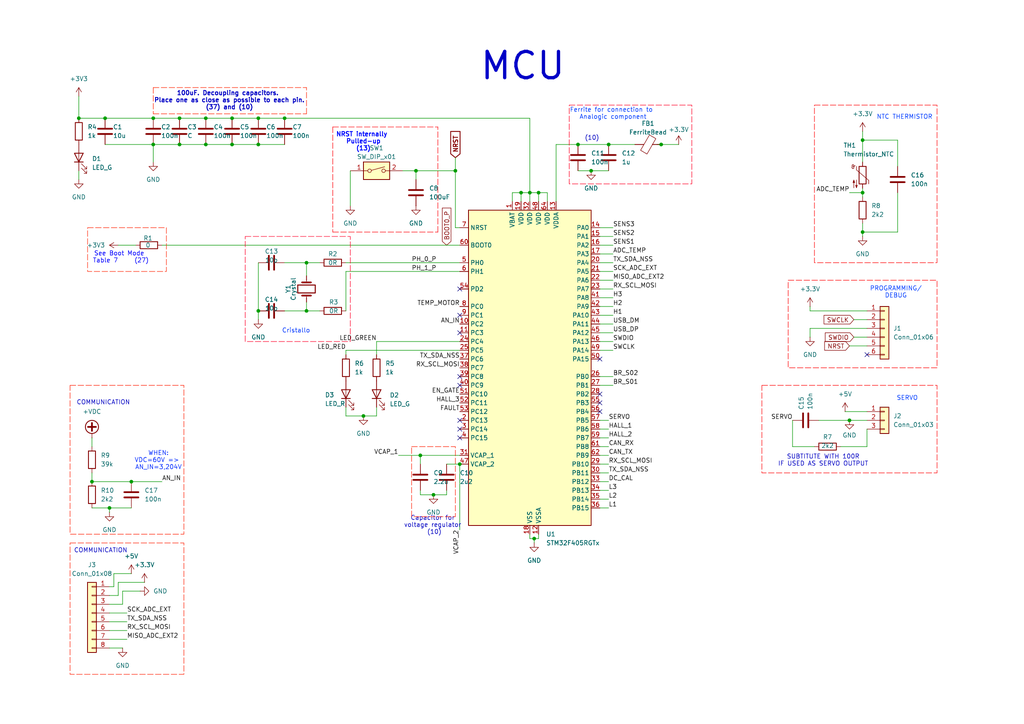
<source format=kicad_sch>
(kicad_sch (version 20231120) (generator "eeschema") (generator_version "8.0")
  (paper "A4")
  (lib_symbols
    (symbol "Connector_Generic:Conn_01x03" (pin_names (offset 1.016) hide)
      (property "Reference" "J" (at 0 5.08 0))
      (property "Value" "Conn_01x03" (at 0 -5.08 0))
      (symbol "Conn_01x03_1_1"
        (rectangle (start -1.27 -2.413) (end 0 -2.667) (stroke (width 0.1524)))
        (rectangle (start -1.27 0.127) (end 0 -0.127) (stroke (width 0.1524)))
        (rectangle (start -1.27 2.667) (end 0 2.413) (stroke (width 0.1524)))
        (rectangle (start -1.27 3.81) (end 1.27 -3.81) (stroke (width 0.254)) (fill (type background)))
        (pin passive line (at -5.08 2.54 0) (length 3.81) (name "Pin_1") (number "1"))
        (pin passive line (at -5.08 0 0) (length 3.81) (name "Pin_2") (number "2"))
        (pin passive line (at -5.08 -2.54 0) (length 3.81) (name "Pin_3") (number "3"))
      )
    )
    (symbol "Connector_Generic:Conn_01x06" (pin_names (offset 1.016) hide)
      (property "Reference" "J" (at 0 7.62 0))
      (property "Value" "Conn_01x06" (at 0 -10.16 0))
      (symbol "Conn_01x06_1_1"
        (rectangle (start -1.27 -7.493) (end 0 -7.747) (stroke (width 0.1524)))
        (rectangle (start -1.27 -4.953) (end 0 -5.207) (stroke (width 0.1524)))
        (rectangle (start -1.27 -2.413) (end 0 -2.667) (stroke (width 0.1524)))
        (rectangle (start -1.27 0.127) (end 0 -0.127) (stroke (width 0.1524)))
        (rectangle (start -1.27 2.667) (end 0 2.413) (stroke (width 0.1524)))
        (rectangle (start -1.27 5.207) (end 0 4.953) (stroke (width 0.1524)))
        (rectangle (start -1.27 6.35) (end 1.27 -8.89) (stroke (width 0.254)) (fill (type background)))
        (pin passive line (at -5.08 5.08 0) (length 3.81) (name "Pin_1") (number "1"))
        (pin passive line (at -5.08 2.54 0) (length 3.81) (name "Pin_2") (number "2"))
        (pin passive line (at -5.08 0 0) (length 3.81) (name "Pin_3") (number "3"))
        (pin passive line (at -5.08 -2.54 0) (length 3.81) (name "Pin_4") (number "4"))
        (pin passive line (at -5.08 -5.08 0) (length 3.81) (name "Pin_5") (number "5"))
        (pin passive line (at -5.08 -7.62 0) (length 3.81) (name "Pin_6") (number "6"))
      )
    )
    (symbol "Connector_Generic:Conn_01x08" (pin_names (offset 1.016) hide)
      (property "Reference" "J" (at 0 10.16 0))
      (property "Value" "Conn_01x08" (at 0 -12.7 0))
      (symbol "Conn_01x08_1_1"
        (rectangle (start -1.27 -10.033) (end 0 -10.287) (stroke (width 0.1524)))
        (rectangle (start -1.27 -7.493) (end 0 -7.747) (stroke (width 0.1524)))
        (rectangle (start -1.27 -4.953) (end 0 -5.207) (stroke (width 0.1524)))
        (rectangle (start -1.27 -2.413) (end 0 -2.667) (stroke (width 0.1524)))
        (rectangle (start -1.27 0.127) (end 0 -0.127) (stroke (width 0.1524)))
        (rectangle (start -1.27 2.667) (end 0 2.413) (stroke (width 0.1524)))
        (rectangle (start -1.27 5.207) (end 0 4.953) (stroke (width 0.1524)))
        (rectangle (start -1.27 7.747) (end 0 7.493) (stroke (width 0.1524)))
        (rectangle (start -1.27 8.89) (end 1.27 -11.43) (stroke (width 0.254)) (fill (type background)))
        (pin passive line (at -5.08 7.62 0) (length 3.81) (name "Pin_1") (number "1"))
        (pin passive line (at -5.08 5.08 0) (length 3.81) (name "Pin_2") (number "2"))
        (pin passive line (at -5.08 2.54 0) (length 3.81) (name "Pin_3") (number "3"))
        (pin passive line (at -5.08 0 0) (length 3.81) (name "Pin_4") (number "4"))
        (pin passive line (at -5.08 -2.54 0) (length 3.81) (name "Pin_5") (number "5"))
        (pin passive line (at -5.08 -5.08 0) (length 3.81) (name "Pin_6") (number "6"))
        (pin passive line (at -5.08 -7.62 0) (length 3.81) (name "Pin_7") (number "7"))
        (pin passive line (at -5.08 -10.16 0) (length 3.81) (name "Pin_8") (number "8"))
      )
    )
    (symbol "Device:C" (pin_numbers hide) (pin_names (offset 0.254))
      (property "Reference" "C" (at 0.635 2.54 0))
      (property "Value" "C" (at 0.635 -2.54 0))
      (symbol "C_0_1"
        (polyline (pts (xy -2.032 -0.762) (xy 2.032 -0.762)) (stroke (width 0.508)))
        (polyline (pts (xy -2.032 0.762) (xy 2.032 0.762)) (stroke (width 0.508)))
      )
      (symbol "C_1_1"
        (pin passive line (at 0 3.81 270) (length 2.794) (name "~") (number "1"))
        (pin passive line (at 0 -3.81 90) (length 2.794) (name "~") (number "2"))
      )
    )
    (symbol "Device:Crystal" (pin_numbers hide) (pin_names (offset 1.016) hide)
      (property "Reference" "Y" (at 0 3.81 0))
      (property "Value" "Crystal" (at 0 -3.81 0))
      (symbol "Crystal_0_1"
        (rectangle (start -1.143 2.54) (end 1.143 -2.54) (stroke (width 0.3048)))
        (polyline (pts (xy -2.54 0) (xy -1.905 0)))
        (polyline (pts (xy -1.905 -1.27) (xy -1.905 1.27)) (stroke (width 0.508)))
        (polyline (pts (xy 1.905 -1.27) (xy 1.905 1.27)) (stroke (width 0.508)))
        (polyline (pts (xy 2.54 0) (xy 1.905 0)))
      )
      (symbol "Crystal_1_1"
        (pin passive line (at -3.81 0 0) (length 1.27) (name "1") (number "1"))
        (pin passive line (at 3.81 0 180) (length 1.27) (name "2") (number "2"))
      )
    )
    (symbol "Device:FerriteBead" (pin_numbers hide) (pin_names (offset 0))
      (property "Reference" "FB" (at -3.81 0.635 90))
      (property "Value" "FerriteBead" (at 3.81 0 90))
      (symbol "FerriteBead_0_1"
        (polyline (pts (xy 0 -1.27) (xy 0 -1.2192)))
        (polyline (pts (xy 0 1.27) (xy 0 1.2954)))
        (polyline (pts (xy -2.7686 0.4064) (xy -1.7018 2.2606) (xy 2.7686 -0.3048) (xy 1.6764 -2.159) (xy -2.7686 0.4064)))
      )
      (symbol "FerriteBead_1_1"
        (pin passive line (at 0 3.81 270) (length 2.54) (name "~") (number "1"))
        (pin passive line (at 0 -3.81 90) (length 2.54) (name "~") (number "2"))
      )
    )
    (symbol "Device:LED" (pin_numbers hide) (pin_names (offset 1.016) hide)
      (property "Reference" "D" (at 0 2.54 0))
      (property "Value" "LED" (at 0 -2.54 0))
      (symbol "LED_0_1"
        (polyline (pts (xy -1.27 -1.27) (xy -1.27 1.27)) (stroke (width 0.254)))
        (polyline (pts (xy -1.27 0) (xy 1.27 0)))
        (polyline (pts (xy 1.27 -1.27) (xy 1.27 1.27) (xy -1.27 0) (xy 1.27 -1.27)) (stroke (width 0.254)))
        (polyline (pts (xy -3.048 -0.762) (xy -4.572 -2.286) (xy -3.81 -2.286) (xy -4.572 -2.286) (xy -4.572 -1.524)))
        (polyline (pts (xy -1.778 -0.762) (xy -3.302 -2.286) (xy -2.54 -2.286) (xy -3.302 -2.286) (xy -3.302 -1.524)))
      )
      (symbol "LED_1_1"
        (pin passive line (at -3.81 0 0) (length 2.54) (name "K") (number "1"))
        (pin passive line (at 3.81 0 180) (length 2.54) (name "A") (number "2"))
      )
    )
    (symbol "Device:R" (pin_numbers hide) (pin_names (offset 0))
      (property "Reference" "R" (at 2.032 0 90))
      (property "Value" "R" (at 0 0 90))
      (symbol "R_0_1"
        (rectangle (start -1.016 -2.54) (end 1.016 2.54) (stroke (width 0.254)))
      )
      (symbol "R_1_1"
        (pin passive line (at 0 3.81 270) (length 1.27) (name "~") (number "1"))
        (pin passive line (at 0 -3.81 90) (length 1.27) (name "~") (number "2"))
      )
    )
    (symbol "Device:Thermistor_NTC" (pin_numbers hide) (pin_names (offset 0))
      (property "Reference" "TH" (at -4.445 0 90))
      (property "Value" "Thermistor_NTC" (at 3.175 0 90))
      (symbol "Thermistor_NTC_0_1"
        (arc (start -3.048 2.159) (mid -3.0495 2.3143) (end -3.175 2.413))
        (arc (start -3.048 2.159) (mid -2.9736 1.9794) (end -2.794 1.905))
        (arc (start -3.048 2.794) (mid -2.9736 2.6144) (end -2.794 2.54))
        (arc (start -2.794 1.905) (mid -2.6144 1.9794) (end -2.54 2.159))
        (arc (start -2.794 2.54) (mid -2.4393 2.5587) (end -2.159 2.794))
        (arc (start -2.794 3.048) (mid -2.9736 2.9736) (end -3.048 2.794))
        (arc (start -2.54 2.794) (mid -2.6144 2.9736) (end -2.794 3.048))
        (rectangle (start -1.016 2.54) (end 1.016 -2.54) (stroke (width 0.254)))
        (polyline (pts (xy -2.54 2.159) (xy -2.54 2.794)))
        (polyline (pts (xy -1.778 2.54) (xy -1.778 1.524) (xy 1.778 -1.524) (xy 1.778 -2.54)))
        (polyline (pts (xy -2.54 -3.683) (xy -2.54 -1.397) (xy -2.794 -2.159) (xy -2.286 -2.159) (xy -2.54 -1.397) (xy -2.54 -1.651)) (fill (type outline)))
        (polyline (pts (xy -1.778 -1.397) (xy -1.778 -3.683) (xy -2.032 -2.921) (xy -1.524 -2.921) (xy -1.778 -3.683) (xy -1.778 -3.429)) (fill (type outline)))
      )
      (symbol "Thermistor_NTC_1_1"
        (pin passive line (at 0 3.81 270) (length 1.27) (name "~") (number "1"))
        (pin passive line (at 0 -3.81 90) (length 1.27) (name "~") (number "2"))
      )
    )
    (symbol "MCU_ST_STM32F4:STM32F405RGTx"
      (property "Reference" "U" (at -17.78 46.99 0))
      (property "Value" "STM32F405RGTx" (at 10.16 46.99 0))
      (symbol "STM32F405RGTx_0_1"
        (rectangle (start -17.78 -45.72) (end 17.78 45.72) (stroke (width 0.254)) (fill (type background)))
      )
      (symbol "STM32F405RGTx_1_1"
        (pin power_in line (at -5.08 48.26 270) (length 2.54) (name "VBAT") (number "1"))
        (pin bidirectional line (at -20.32 12.7 0) (length 2.54) (name "PC2") (number "10"))
        (pin bidirectional line (at -20.32 10.16 0) (length 2.54) (name "PC3") (number "11"))
        (pin power_in line (at 2.54 -48.26 90) (length 2.54) (name "VSSA") (number "12"))
        (pin power_in line (at 7.62 48.26 270) (length 2.54) (name "VDDA") (number "13"))
        (pin bidirectional line (at 20.32 40.64 180) (length 2.54) (name "PA0") (number "14"))
        (pin bidirectional line (at 20.32 38.1 180) (length 2.54) (name "PA1") (number "15"))
        (pin bidirectional line (at 20.32 35.56 180) (length 2.54) (name "PA2") (number "16"))
        (pin bidirectional line (at 20.32 33.02 180) (length 2.54) (name "PA3") (number "17"))
        (pin power_in line (at 0 -48.26 90) (length 2.54) (name "VSS") (number "18"))
        (pin power_in line (at -2.54 48.26 270) (length 2.54) (name "VDD") (number "19"))
        (pin bidirectional line (at -20.32 -15.24 0) (length 2.54) (name "PC13") (number "2"))
        (pin bidirectional line (at 20.32 30.48 180) (length 2.54) (name "PA4") (number "20"))
        (pin bidirectional line (at 20.32 27.94 180) (length 2.54) (name "PA5") (number "21"))
        (pin bidirectional line (at 20.32 25.4 180) (length 2.54) (name "PA6") (number "22"))
        (pin bidirectional line (at 20.32 22.86 180) (length 2.54) (name "PA7") (number "23"))
        (pin bidirectional line (at -20.32 7.62 0) (length 2.54) (name "PC4") (number "24"))
        (pin bidirectional line (at -20.32 5.08 0) (length 2.54) (name "PC5") (number "25"))
        (pin bidirectional line (at 20.32 -2.54 180) (length 2.54) (name "PB0") (number "26"))
        (pin bidirectional line (at 20.32 -5.08 180) (length 2.54) (name "PB1") (number "27"))
        (pin bidirectional line (at 20.32 -7.62 180) (length 2.54) (name "PB2") (number "28"))
        (pin bidirectional line (at 20.32 -27.94 180) (length 2.54) (name "PB10") (number "29"))
        (pin bidirectional line (at -20.32 -17.78 0) (length 2.54) (name "PC14") (number "3"))
        (pin bidirectional line (at 20.32 -30.48 180) (length 2.54) (name "PB11") (number "30"))
        (pin power_out line (at -20.32 -25.4 0) (length 2.54) (name "VCAP_1") (number "31"))
        (pin power_in line (at 0 48.26 270) (length 2.54) (name "VDD") (number "32"))
        (pin bidirectional line (at 20.32 -33.02 180) (length 2.54) (name "PB12") (number "33"))
        (pin bidirectional line (at 20.32 -35.56 180) (length 2.54) (name "PB13") (number "34"))
        (pin bidirectional line (at 20.32 -38.1 180) (length 2.54) (name "PB14") (number "35"))
        (pin bidirectional line (at 20.32 -40.64 180) (length 2.54) (name "PB15") (number "36"))
        (pin bidirectional line (at -20.32 2.54 0) (length 2.54) (name "PC6") (number "37"))
        (pin bidirectional line (at -20.32 0 0) (length 2.54) (name "PC7") (number "38"))
        (pin bidirectional line (at -20.32 -2.54 0) (length 2.54) (name "PC8") (number "39"))
        (pin bidirectional line (at -20.32 -20.32 0) (length 2.54) (name "PC15") (number "4"))
        (pin bidirectional line (at -20.32 -5.08 0) (length 2.54) (name "PC9") (number "40"))
        (pin bidirectional line (at 20.32 20.32 180) (length 2.54) (name "PA8") (number "41"))
        (pin bidirectional line (at 20.32 17.78 180) (length 2.54) (name "PA9") (number "42"))
        (pin bidirectional line (at 20.32 15.24 180) (length 2.54) (name "PA10") (number "43"))
        (pin bidirectional line (at 20.32 12.7 180) (length 2.54) (name "PA11") (number "44"))
        (pin bidirectional line (at 20.32 10.16 180) (length 2.54) (name "PA12") (number "45"))
        (pin bidirectional line (at 20.32 7.62 180) (length 2.54) (name "PA13") (number "46"))
        (pin power_out line (at -20.32 -27.94 0) (length 2.54) (name "VCAP_2") (number "47"))
        (pin power_in line (at 2.54 48.26 270) (length 2.54) (name "VDD") (number "48"))
        (pin bidirectional line (at 20.32 5.08 180) (length 2.54) (name "PA14") (number "49"))
        (pin bidirectional line (at -20.32 30.48 0) (length 2.54) (name "PH0") (number "5"))
        (pin bidirectional line (at 20.32 2.54 180) (length 2.54) (name "PA15") (number "50"))
        (pin bidirectional line (at -20.32 -7.62 0) (length 2.54) (name "PC10") (number "51"))
        (pin bidirectional line (at -20.32 -10.16 0) (length 2.54) (name "PC11") (number "52"))
        (pin bidirectional line (at -20.32 -12.7 0) (length 2.54) (name "PC12") (number "53"))
        (pin bidirectional line (at -20.32 22.86 0) (length 2.54) (name "PD2") (number "54"))
        (pin bidirectional line (at 20.32 -10.16 180) (length 2.54) (name "PB3") (number "55"))
        (pin bidirectional line (at 20.32 -12.7 180) (length 2.54) (name "PB4") (number "56"))
        (pin bidirectional line (at 20.32 -15.24 180) (length 2.54) (name "PB5") (number "57"))
        (pin bidirectional line (at 20.32 -17.78 180) (length 2.54) (name "PB6") (number "58"))
        (pin bidirectional line (at 20.32 -20.32 180) (length 2.54) (name "PB7") (number "59"))
        (pin bidirectional line (at -20.32 27.94 0) (length 2.54) (name "PH1") (number "6"))
        (pin input line (at -20.32 35.56 0) (length 2.54) (name "BOOT0") (number "60"))
        (pin bidirectional line (at 20.32 -22.86 180) (length 2.54) (name "PB8") (number "61"))
        (pin bidirectional line (at 20.32 -25.4 180) (length 2.54) (name "PB9") (number "62"))
        (pin passive line (at 0 -48.26 90) (length 2.54) hide (name "VSS") (number "63"))
        (pin power_in line (at 5.08 48.26 270) (length 2.54) (name "VDD") (number "64"))
        (pin input line (at -20.32 40.64 0) (length 2.54) (name "NRST") (number "7"))
        (pin bidirectional line (at -20.32 17.78 0) (length 2.54) (name "PC0") (number "8"))
        (pin bidirectional line (at -20.32 15.24 0) (length 2.54) (name "PC1") (number "9"))
      )
    )
    (symbol "Switch:SW_DIP_x01" (pin_names (offset 0) hide)
      (property "Reference" "SW" (at 0 3.81 0))
      (property "Value" "SW_DIP_x01" (at 0 -3.81 0))
      (symbol "SW_DIP_x01_0_0"
        (circle (center -2.032 0) (radius 0.508))
        (polyline (pts (xy -1.524 0.127) (xy 2.3622 1.1684)))
        (circle (center 2.032 0) (radius 0.508))
      )
      (symbol "SW_DIP_x01_0_1"
        (rectangle (start -3.81 2.54) (end 3.81 -2.54) (stroke (width 0.254)) (fill (type background)))
      )
      (symbol "SW_DIP_x01_1_1"
        (pin passive line (at -7.62 0 0) (length 5.08) (name "~") (number "1"))
        (pin passive line (at 7.62 0 180) (length 5.08) (name "~") (number "2"))
      )
    )
    (symbol "power:+3.3V" (power) (pin_numbers hide) (pin_names (offset 0) hide)
      (property "Value" "+3.3V" (at 0 3.556 0))
      (symbol "+3.3V_0_1"
        (polyline (pts (xy -0.762 1.27) (xy 0 2.54)))
        (polyline (pts (xy 0 0) (xy 0 2.54)))
        (polyline (pts (xy 0 2.54) (xy 0.762 1.27)))
      )
      (symbol "+3.3V_1_1"
        (pin power_in line (at 0 0 90) (length 0) (name "~") (number "1"))
      )
    )
    (symbol "power:+3V3" (power) (pin_numbers hide) (pin_names (offset 0) hide)
      (property "Value" "+3V3" (at 0 3.556 0))
      (symbol "+3V3_0_1"
        (polyline (pts (xy -0.762 1.27) (xy 0 2.54)))
        (polyline (pts (xy 0 0) (xy 0 2.54)))
        (polyline (pts (xy 0 2.54) (xy 0.762 1.27)))
      )
      (symbol "+3V3_1_1"
        (pin power_in line (at 0 0 90) (length 0) (name "~") (number "1"))
      )
    )
    (symbol "power:+5V" (power) (pin_numbers hide) (pin_names (offset 0) hide)
      (property "Value" "+5V" (at 0 3.556 0))
      (symbol "+5V_0_1"
        (polyline (pts (xy -0.762 1.27) (xy 0 2.54)))
        (polyline (pts (xy 0 0) (xy 0 2.54)))
        (polyline (pts (xy 0 2.54) (xy 0.762 1.27)))
      )
      (symbol "+5V_1_1"
        (pin power_in line (at 0 0 90) (length 0) (name "~") (number "1"))
      )
    )
    (symbol "power:+VDC" (power) (pin_numbers hide) (pin_names (offset 0) hide)
      (property "Value" "+VDC" (at 0 6.35 0))
      (symbol "+VDC_0_1"
        (polyline (pts (xy -1.143 3.175) (xy 1.143 3.175)) (stroke (width 0.508)))
        (polyline (pts (xy 0 0) (xy 0 1.27)))
        (polyline (pts (xy 0 2.032) (xy 0 4.318)) (stroke (width 0.508)))
        (circle (center 0 3.175) (radius 1.905) (stroke (width 0.254)))
      )
      (symbol "+VDC_1_1"
        (pin power_in line (at 0 0 90) (length 0) (name "~") (number "1"))
      )
    )
    (symbol "power:GND" (power) (pin_numbers hide) (pin_names (offset 0) hide)
      (property "Value" "GND" (at 0 -3.81 0))
      (symbol "GND_0_1"
        (polyline (pts (xy 0 0) (xy 0 -1.27) (xy 1.27 -1.27) (xy 0 -2.54) (xy -1.27 -1.27) (xy 0 -1.27)))
      )
      (symbol "GND_1_1"
        (pin power_in line (at 0 0 270) (length 0) (name "~") (number "1"))
      )
    )
  )
  (junction (at 120.65 49.53))
  (junction (at 82.55 34.29))
  (junction (at 52.07 34.29))
  (junction (at 74.93 41.91))
  (junction (at 67.31 34.29))
  (junction (at 167.64 41.91))
  (junction (at 125.73 143.51))
  (junction (at 153.67 55.88))
  (junction (at 250.19 55.88))
  (junction (at 88.9 76.2))
  (junction (at 246.38 121.92))
  (junction (at 30.48 34.29))
  (junction (at 59.69 41.91))
  (junction (at 154.94 156.21))
  (junction (at 74.93 90.17))
  (junction (at 191.77 41.91))
  (junction (at 156.21 55.88))
  (junction (at 44.45 34.29))
  (junction (at 44.45 41.91))
  (junction (at 132.08 49.53))
  (junction (at 176.53 41.91))
  (junction (at 26.67 139.7))
  (junction (at 250.19 40.64))
  (junction (at 74.93 34.29))
  (junction (at 38.1 139.7))
  (junction (at 52.07 41.91))
  (junction (at 121.92 132.08))
  (junction (at 151.13 55.88))
  (junction (at 171.45 49.53))
  (junction (at 133.35 134.62))
  (junction (at 88.9 90.17))
  (junction (at 250.19 67.31))
  (junction (at 22.86 34.29))
  (junction (at 67.31 41.91))
  (junction (at 31.75 147.32))
  (junction (at 105.41 120.65))
  (junction (at 59.69 34.29))
  (no_connect (at 173.99 116.84))
  (no_connect (at 133.35 91.44))
  (no_connect (at 133.35 96.52))
  (no_connect (at 251.46 102.87))
  (no_connect (at 133.35 121.92))
  (no_connect (at 173.99 119.38))
  (no_connect (at 133.35 83.82))
  (no_connect (at 173.99 114.3))
  (no_connect (at 133.35 124.46))
  (no_connect (at 133.35 111.76))
  (no_connect (at 173.99 104.14))
  (no_connect (at 133.35 109.22))
  (no_connect (at 133.35 127))
  (wire (pts (xy 100.33 78.74) (xy 133.35 78.74)))
  (wire (pts (xy 132.08 45.72) (xy 132.08 49.53)))
  (wire (pts (xy 234.95 95.25) (xy 251.46 95.25)))
  (wire (pts (xy 34.29 168.91) (xy 41.91 168.91)))
  (wire (pts (xy 88.9 87.63) (xy 88.9 90.17)))
  (wire (pts (xy 132.08 49.53) (xy 132.08 66.04)))
  (wire (pts (xy 31.75 175.26) (xy 35.56 175.26)))
  (wire (pts (xy 88.9 90.17) (xy 82.55 90.17)))
  (wire (pts (xy 153.67 55.88) (xy 153.67 58.42)))
  (wire (pts (xy 34.29 71.12) (xy 39.37 71.12)))
  (wire (pts (xy 156.21 55.88) (xy 156.21 58.42)))
  (wire (pts (xy 246.38 121.92) (xy 251.46 121.92)))
  (wire (pts (xy 120.65 52.07) (xy 120.65 49.53)))
  (wire (pts (xy 173.99 81.28) (xy 177.8 81.28)))
  (wire (pts (xy 250.19 55.88) (xy 250.19 57.15)))
  (wire (pts (xy 247.65 92.71) (xy 251.46 92.71)))
  (wire (pts (xy 132.08 66.04) (xy 133.35 66.04)))
  (wire (pts (xy 250.19 67.31) (xy 250.19 68.58)))
  (wire (pts (xy 190.5 41.91) (xy 191.77 41.91)))
  (wire (pts (xy 156.21 156.21) (xy 156.21 154.94)))
  (wire (pts (xy 173.99 76.2) (xy 177.8 76.2)))
  (wire (pts (xy 129.54 134.62) (xy 133.35 134.62)))
  (wire (pts (xy 158.75 55.88) (xy 156.21 55.88)))
  (wire (pts (xy 101.6 49.53) (xy 101.6 59.69)))
  (wire (pts (xy 26.67 137.16) (xy 26.67 139.7)))
  (wire (pts (xy 74.93 34.29) (xy 82.55 34.29)))
  (wire (pts (xy 31.75 180.34) (xy 36.83 180.34)))
  (wire (pts (xy 158.75 55.88) (xy 158.75 58.42)))
  (wire (pts (xy 96.52 36.83) (xy 96.52 67.31)) (stroke (width 0) (type dash) (color 255 0 7 1)))
  (wire (pts (xy 100.33 120.65) (xy 105.41 120.65)))
  (wire (pts (xy 121.92 134.62) (xy 121.92 132.08)))
  (wire (pts (xy 30.48 41.91) (xy 44.45 41.91)))
  (wire (pts (xy 167.64 41.91) (xy 176.53 41.91)))
  (wire (pts (xy 33.02 170.18) (xy 33.02 166.37)))
  (wire (pts (xy 246.38 100.33) (xy 251.46 100.33)))
  (wire (pts (xy 173.99 132.08) (xy 176.53 132.08)))
  (wire (pts (xy 59.69 34.29) (xy 67.31 34.29)))
  (wire (pts (xy 156.21 55.88) (xy 153.67 55.88)))
  (wire (pts (xy 31.75 185.42) (xy 36.83 185.42)))
  (wire (pts (xy 173.99 137.16) (xy 176.53 137.16)))
  (wire (pts (xy 33.02 166.37) (xy 38.1 166.37)))
  (wire (pts (xy 88.9 76.2) (xy 88.9 80.01)))
  (wire (pts (xy 173.99 144.78) (xy 176.53 144.78)))
  (wire (pts (xy 100.33 118.11) (xy 100.33 120.65)))
  (wire (pts (xy 100.33 101.6) (xy 100.33 102.87)))
  (wire (pts (xy 44.45 25.4) (xy 44.45 33.02)) (stroke (width 0) (type dash) (color 255 34 0 1)))
  (wire (pts (xy 46.99 71.12) (xy 133.35 71.12)))
  (wire (pts (xy 173.99 73.66) (xy 177.8 73.66)))
  (wire (pts (xy 234.95 90.17) (xy 251.46 90.17)))
  (wire (pts (xy 173.99 96.52) (xy 177.8 96.52)))
  (wire (pts (xy 121.92 142.24) (xy 121.92 143.51)))
  (wire (pts (xy 26.67 127) (xy 26.67 129.54)))
  (wire (pts (xy 52.07 41.91) (xy 59.69 41.91)))
  (wire (pts (xy 154.94 156.21) (xy 156.21 156.21)))
  (wire (pts (xy 173.99 93.98) (xy 177.8 93.98)))
  (wire (pts (xy 237.49 121.92) (xy 246.38 121.92)))
  (wire (pts (xy 173.99 86.36) (xy 177.8 86.36)))
  (wire (pts (xy 173.99 88.9) (xy 177.8 88.9)))
  (wire (pts (xy 173.99 147.32) (xy 176.53 147.32)))
  (wire (pts (xy 44.45 46.99) (xy 44.45 41.91)))
  (wire (pts (xy 173.99 101.6) (xy 177.8 101.6)))
  (wire (pts (xy 153.67 34.29) (xy 82.55 34.29)))
  (wire (pts (xy 176.53 41.91) (xy 184.15 41.91)))
  (wire (pts (xy 173.99 129.54) (xy 176.53 129.54)))
  (wire (pts (xy 234.95 95.25) (xy 234.95 97.79)))
  (wire (pts (xy 250.19 38.1) (xy 250.19 40.64)))
  (wire (pts (xy 167.64 49.53) (xy 171.45 49.53)))
  (wire (pts (xy 173.99 68.58) (xy 177.8 68.58)))
  (wire (pts (xy 133.35 134.62) (xy 133.35 153.67)))
  (wire (pts (xy 173.99 139.7) (xy 176.53 139.7)))
  (wire (pts (xy 247.65 97.79) (xy 251.46 97.79)))
  (wire (pts (xy 173.99 127) (xy 176.53 127)))
  (wire (pts (xy 38.1 139.7) (xy 26.67 139.7)))
  (wire (pts (xy 26.67 147.32) (xy 31.75 147.32)))
  (wire (pts (xy 59.69 41.91) (xy 67.31 41.91)))
  (wire (pts (xy 148.59 55.88) (xy 148.59 58.42)))
  (wire (pts (xy 115.57 132.08) (xy 121.92 132.08)))
  (wire (pts (xy 109.22 99.06) (xy 109.22 102.87)))
  (wire (pts (xy 120.65 49.53) (xy 132.08 49.53)))
  (wire (pts (xy 251.46 129.54) (xy 243.84 129.54)))
  (wire (pts (xy 34.29 172.72) (xy 34.29 168.91)))
  (wire (pts (xy 31.75 187.96) (xy 35.56 187.96)))
  (wire (pts (xy 88.9 76.2) (xy 92.71 76.2)))
  (wire (pts (xy 173.99 71.12) (xy 177.8 71.12)))
  (wire (pts (xy 151.13 55.88) (xy 148.59 55.88)))
  (wire (pts (xy 250.19 40.64) (xy 260.35 40.64)))
  (wire (pts (xy 151.13 55.88) (xy 153.67 55.88)))
  (wire (pts (xy 38.1 139.7) (xy 46.99 139.7)))
  (wire (pts (xy 153.67 156.21) (xy 154.94 156.21)))
  (wire (pts (xy 31.75 170.18) (xy 33.02 170.18)))
  (wire (pts (xy 173.99 111.76) (xy 177.8 111.76)))
  (wire (pts (xy 171.45 49.53) (xy 176.53 49.53)))
  (wire (pts (xy 100.33 76.2) (xy 133.35 76.2)))
  (wire (pts (xy 88.9 33.02) (xy 88.9 25.4)) (stroke (width 0) (type dash) (color 255 34 0 1)))
  (wire (pts (xy 67.31 41.91) (xy 74.93 41.91)))
  (wire (pts (xy 173.99 99.06) (xy 177.8 99.06)))
  (wire (pts (xy 251.46 124.46) (xy 251.46 129.54)))
  (wire (pts (xy 250.19 46.99) (xy 250.19 40.64)))
  (wire (pts (xy 153.67 34.29) (xy 153.67 55.88)))
  (wire (pts (xy 173.99 83.82) (xy 177.8 83.82)))
  (wire (pts (xy 246.38 55.88) (xy 250.19 55.88)))
  (wire (pts (xy 109.22 118.11) (xy 109.22 120.65)))
  (wire (pts (xy 116.84 49.53) (xy 120.65 49.53)))
  (wire (pts (xy 161.29 41.91) (xy 161.29 58.42)))
  (wire (pts (xy 229.87 129.54) (xy 229.87 121.92)))
  (wire (pts (xy 100.33 101.6) (xy 133.35 101.6)))
  (wire (pts (xy 44.45 41.91) (xy 52.07 41.91)))
  (wire (pts (xy 31.75 182.88) (xy 36.83 182.88)))
  (wire (pts (xy 234.95 88.9) (xy 234.95 90.17)))
  (wire (pts (xy 22.86 49.53) (xy 22.86 52.07)))
  (wire (pts (xy 127 67.31) (xy 127 36.83)) (stroke (width 0) (type dash) (color 255 0 7 1)))
  (wire (pts (xy 161.29 41.91) (xy 167.64 41.91)))
  (wire (pts (xy 173.99 121.92) (xy 176.53 121.92)))
  (wire (pts (xy 260.35 67.31) (xy 250.19 67.31)))
  (wire (pts (xy 74.93 76.2) (xy 74.93 90.17)))
  (wire (pts (xy 35.56 175.26) (xy 35.56 171.45)))
  (wire (pts (xy 52.07 34.29) (xy 59.69 34.29)))
  (wire (pts (xy 173.99 78.74) (xy 177.8 78.74)))
  (wire (pts (xy 22.86 34.29) (xy 30.48 34.29)))
  (wire (pts (xy 250.19 54.61) (xy 250.19 55.88)))
  (wire (pts (xy 35.56 171.45) (xy 40.64 171.45)))
  (wire (pts (xy 260.35 40.64) (xy 260.35 48.26)))
  (wire (pts (xy 67.31 34.29) (xy 74.93 34.29)))
  (wire (pts (xy 191.77 41.91) (xy 196.85 41.91)))
  (wire (pts (xy 88.9 90.17) (xy 92.71 90.17)))
  (wire (pts (xy 96.52 36.83) (xy 127 36.83)) (stroke (width 0) (type dash) (color 255 0 7 1)))
  (wire (pts (xy 82.55 76.2) (xy 88.9 76.2)))
  (wire (pts (xy 121.92 132.08) (xy 133.35 132.08)))
  (wire (pts (xy 260.35 55.88) (xy 260.35 67.31)))
  (wire (pts (xy 250.19 64.77) (xy 250.19 67.31)))
  (wire (pts (xy 44.45 25.4) (xy 88.9 25.4)) (stroke (width 0) (type dash) (color 255 34 0 1)))
  (wire (pts (xy 173.99 142.24) (xy 176.53 142.24)))
  (wire (pts (xy 153.67 156.21) (xy 153.67 154.94)))
  (wire (pts (xy 109.22 99.06) (xy 133.35 99.06)))
  (wire (pts (xy 22.86 27.94) (xy 22.86 34.29)))
  (wire (pts (xy 173.99 124.46) (xy 176.53 124.46)))
  (wire (pts (xy 245.11 119.38) (xy 251.46 119.38)))
  (wire (pts (xy 151.13 58.42) (xy 151.13 55.88)))
  (wire (pts (xy 129.54 143.51) (xy 129.54 142.24)))
  (wire (pts (xy 173.99 66.04) (xy 177.8 66.04)))
  (wire (pts (xy 44.45 33.02) (xy 88.9 33.02)) (stroke (width 0) (type dash) (color 255 34 0 1)))
  (wire (pts (xy 154.94 156.21) (xy 154.94 157.48)))
  (wire (pts (xy 236.22 129.54) (xy 229.87 129.54)))
  (wire (pts (xy 31.75 147.32) (xy 38.1 147.32)))
  (wire (pts (xy 31.75 177.8) (xy 36.83 177.8)))
  (wire (pts (xy 31.75 147.32) (xy 31.75 148.59)))
  (wire (pts (xy 121.92 143.51) (xy 125.73 143.51)))
  (wire (pts (xy 125.73 143.51) (xy 129.54 143.51)))
  (wire (pts (xy 44.45 34.29) (xy 52.07 34.29)))
  (wire (pts (xy 31.75 172.72) (xy 34.29 172.72)))
  (wire (pts (xy 30.48 34.29) (xy 44.45 34.29)))
  (wire (pts (xy 173.99 109.22) (xy 177.8 109.22)))
  (wire (pts (xy 173.99 91.44) (xy 177.8 91.44)))
  (wire (pts (xy 173.99 134.62) (xy 176.53 134.62)))
  (wire (pts (xy 74.93 41.91) (xy 82.55 41.91)))
  (wire (pts (xy 74.93 90.17) (xy 74.93 92.71)))
  (wire (pts (xy 100.33 78.74) (xy 100.33 90.17)))
  (wire (pts (xy 96.52 67.31) (xy 127 67.31)) (stroke (width 0) (type dash) (color 255 0 7 1)))
  (wire (pts (xy 105.41 120.65) (xy 109.22 120.65)))
  (rectangle (start 236.22 30.48) (end 271.78 76.2) (stroke (width 0) (type dash) (color 255 0 2 1)))
  (rectangle (start 20.32 157.48) (end 53.34 195.58) (stroke (width 0) (type dash) (color 255 27 0 1)))
  (rectangle (start 119.38 129.54) (end 132.08 149.86) (stroke (width 0) (type dash) (color 255 27 0 1)))
  (rectangle (start 165.1 30.48) (end 200.66 53.34) (stroke (width 0) (type dash) (color 255 0 37 1)))
  (rectangle (start 71.12 68.58) (end 101.6 99.06) (stroke (width 0) (type dash) (color 255 0 40 1)))
  (rectangle (start 25.4 66.04) (end 48.26 78.74) (stroke (width 0) (type dash) (color 255 39 7 1)))
  (rectangle (start 220.98 111.76) (end 271.78 137.16) (stroke (width 0) (type dash) (color 255 0 2 1)))
  (rectangle (start 228.6 81.28) (end 271.78 106.68) (stroke (width 0) (type dash) (color 255 0 2 1)))
  (rectangle (start 20.32 111.76) (end 53.34 154.94) (stroke (width 0) (type dash) (color 255 27 0 1)))
  (text "Capacitor for \nvoltage regulator \n(10)" (at 125.984 152.4 0) (effects (font (size 1.27 1.27))))
  (text "COMMUNICATION\n" (at 29.972 116.84 0) (effects (font (size 1.27 1.27))))
  (text "COMMUNICATION\n" (at 29.21 159.766 0) (effects (font (size 1.27 1.27))))
  (text "100uF. Decoupling capacitors. \nPlace one as close as possible to each pin.\n(37) and (10)" (at 66.548 29.21 0) (effects (font (size 1.27 1.27) (thickness 0.254) (bold yes))))
  (text "SERVO" (at 263.144 115.57 0) (effects (font (size 1.27 1.27))))
  (text "(10)\n" (at 171.704 40.132 0) (effects (font (size 1.27 1.27))))
  (text "NTC THERMISTOR\n" (at 262.382 34.036 0) (effects (font (size 1.27 1.27))))
  (text "Ferrite for connection to \nAnalogic component" (at 177.8 33.02 0) (effects (font (size 1.27 1.27))))
  (text "Cristallo \n" (at 86.36 96.012 0) (effects (font (size 1.27 1.27))))
  (text "WHEN:\nVDC=60V => \nAN_IN=3,204V" (at 45.974 133.604 0) (effects (font (size 1.27 1.27))))
  (text "MCU" (at 151.638 19.304 0) (effects (font (size 7.62 7.62) (thickness 0.9525))))
  (text "See Boot Mode \nTable 7     (27)" (at 35.052 74.676 0) (effects (font (size 1.27 1.27) (thickness 0.1588))))
  (text "PROGRAMMING/\nDEBUG" (at 259.842 84.836 0) (effects (font (size 1.27 1.27))))
  (text "NRST internally \nPulled-up\n(13)\n" (at 105.41 41.148 0) (effects (font (size 1.27 1.27) (thickness 0.254) (bold yes))))
  (text "SUBTITUTE WITH 100R\nIF USED AS SERVO OUTPUT" (at 238.76 133.604 0) (effects (font (size 1.27 1.27))))
  (label "SWDIO" (at 177.8 99.06 0))
  (label "RX_SCL_MOSI" (at 176.53 134.62 0))
  (label "HALL_2" (at 176.53 127 0))
  (label "AN_IN" (at 133.35 93.98 180))
  (label "BR_S01" (at 177.8 111.76 0))
  (label "ADC_TEMP" (at 177.8 73.66 0))
  (label "TX_SDA_NSS" (at 176.53 137.16 0))
  (label "SENS1" (at 177.8 71.12 0))
  (label "H3" (at 177.8 86.36 0))
  (label "CAN_TX" (at 176.53 132.08 0))
  (label "SENS2" (at 177.8 68.58 0))
  (label "L3" (at 176.53 142.24 0))
  (label "VCAP_1" (at 115.57 132.08 180))
  (label "MISO_ADC_EXT2" (at 177.8 81.28 0))
  (label "SERVO" (at 229.87 121.92 180))
  (label "ADC_TEMP" (at 246.38 55.88 180))
  (label "EN_GATE" (at 133.35 114.3 180))
  (label "H2" (at 177.8 88.9 0))
  (label "USB_DM" (at 177.8 93.98 0))
  (label "L1" (at 176.53 147.32 0))
  (label "TX_SDA_NSS" (at 177.8 76.2 0))
  (label "SCK_ADC_EXT" (at 177.8 78.74 0))
  (label "RX_SCL_MOSI" (at 133.35 106.68 180))
  (label "HALL_3" (at 133.35 116.84 180))
  (label "HALL_1" (at 176.53 124.46 0))
  (label "LED_RED" (at 100.33 101.6 180))
  (label "CAN_RX" (at 176.53 129.54 0))
  (label "LED_GREEN" (at 109.22 99.06 180))
  (label "SERVO" (at 176.53 121.92 0))
  (label "L2" (at 176.53 144.78 0))
  (label "TEMP_MOTOR" (at 133.35 88.9 180))
  (label "TX_SDA_NSS" (at 133.35 104.14 180))
  (label "DC_CAL" (at 176.53 139.7 0))
  (label "RX_SCL_MOSI" (at 36.83 182.88 0))
  (label "RX_SCL_MOSI" (at 177.8 83.82 0))
  (label "FAULT" (at 133.35 119.38 180))
  (label "USB_DP" (at 177.8 96.52 0))
  (label "AN_IN" (at 46.99 139.7 0))
  (label "H1" (at 177.8 91.44 0))
  (label "SENS3" (at 177.8 66.04 0))
  (label "PH_1_P" (at 119.38 78.74 0))
  (label "PH_0_P" (at 119.38 76.2 0))
  (label "MISO_ADC_EXT2" (at 36.83 185.42 0))
  (label "BR_S02" (at 177.8 109.22 0))
  (label "TX_SDA_NSS" (at 36.83 180.34 0))
  (label "SWCLK" (at 177.8 101.6 0))
  (label "SCK_ADC_EXT" (at 36.83 177.8 0))
  (label "VCAP_2" (at 133.35 153.67 270))
  (global_label "NRST" (shape input) (at 246.38 100.33 180) (property "Intersheetrefs" "${INTERSHEET_REFS}" (effects (hide yes))))
  (global_label "BOOT0_P" (shape input) (at 129.54 71.12 90) (property "Intersheetrefs" "${INTERSHEET_REFS}" (effects (hide yes))))
  (global_label "NRST" (shape input) (at 132.08 45.72 90) (effects (font (thickness 0.254) (bold yes))) (property "Intersheetrefs" "${INTERSHEET_REFS}" (effects (hide yes))))
  (global_label "SWDIO" (shape input) (at 247.65 97.79 180) (property "Intersheetrefs" "${INTERSHEET_REFS}" (effects (hide yes))))
  (global_label "SWCLK" (shape input) (at 247.65 92.71 180) (property "Intersheetrefs" "${INTERSHEET_REFS}" (effects (hide yes))))
  (symbol (lib_id "Switch:SW_DIP_x01") (at 109.22 49.53 0) (unit 1)
    (property "Reference" "SW1" (at 109.22 42.926 0))
    (property "Value" "SW_DIP_x01" (at 109.22 45.466 0))
    (property "Description" "1x DIP Switch, Single Pole Single Throw (SPST) switch, small symbol" (effects (hide yes)))
  )
  (symbol (lib_id "Device:R") (at 240.03 129.54 90) (unit 1)
    (property "Reference" "R7" (at 240.03 126.746 90))
    (property "Value" "2k2" (at 240.03 129.286 90))
    (property "Description" "Resistor" (effects (hide yes)))
  )
  (symbol (lib_id "Device:C") (at 30.48 38.1 0) (unit 1)
    (property "Reference" "C1" (at 32.766 36.83 0) (effects (justify left)))
    (property "Value" "10u" (at 32.766 39.37 0) (effects (justify left)))
    (property "Description" "Unpolarized capacitor" (effects (hide yes)))
  )
  (symbol (lib_id "power:GND") (at 105.41 120.65 0) (unit 1)
    (property "Reference" "#PWR014" (effects (hide yes)))
    (property "Value" "GND" (at 105.41 125.73 0))
    (property "Description" "Power symbol creates a global label with name \"GND\" , ground" (effects (hide yes)))
  )
  (symbol (lib_id "Device:FerriteBead") (at 187.96 41.91 270) (unit 1)
    (property "Reference" "FB1" (at 187.96 35.814 90))
    (property "Value" "FerriteBead" (at 187.96 38.354 90))
    (property "Description" "Ferrite bead" (effects (hide yes)))
  )
  (symbol (lib_id "Device:C") (at 121.92 138.43 0) (unit 1)
    (property "Reference" "C9" (at 125.73 137.1599 0) (effects (justify left)))
    (property "Value" "2.2u" (at 125.73 139.6999 0) (effects (justify left)))
    (property "Description" "Unpolarized capacitor" (effects (hide yes)))
  )
  (symbol (lib_id "power:+VDC") (at 26.67 127 0) (unit 1)
    (property "Reference" "#PWR023" (effects (hide yes)))
    (property "Value" "+VDC" (at 26.67 119.38 0))
    (property "Description" "Power symbol creates a global label with name \"+VDC\"" (effects (hide yes)))
  )
  (symbol (lib_id "power:GND") (at 246.38 121.92 0) (unit 1)
    (property "Reference" "#PWR016" (effects (hide yes)))
    (property "Value" "GND" (at 246.38 126.238 0))
    (property "Description" "Power symbol creates a global label with name \"GND\" , ground" (effects (hide yes)))
  )
  (symbol (lib_id "power:+3.3V") (at 250.19 38.1 0) (unit 1)
    (property "Reference" "#PWR018" (effects (hide yes)))
    (property "Value" "+3.3V" (at 250.19 33.02 0))
    (property "Description" "Power symbol creates a global label with name \"+3.3V\"" (effects (hide yes)))
  )
  (symbol (lib_id "power:+3.3V") (at 41.91 168.91 0) (unit 1)
    (property "Reference" "#PWR022" (effects (hide yes)))
    (property "Value" "+3.3V" (at 41.91 163.83 0))
    (property "Description" "Power symbol creates a global label with name \"+3.3V\"" (effects (hide yes)))
  )
  (symbol (lib_id "Device:C") (at 67.31 38.1 0) (unit 1)
    (property "Reference" "C5" (at 69.596 36.83 0) (effects (justify left)))
    (property "Value" "100n" (at 69.596 39.37 0) (effects (justify left)))
    (property "Description" "Unpolarized capacitor" (effects (hide yes)))
  )
  (symbol (lib_id "Device:C") (at 129.54 138.43 0) (unit 1)
    (property "Reference" "C10" (at 133.35 137.1599 0) (effects (justify left)))
    (property "Value" "2u2" (at 133.35 139.6999 0) (effects (justify left)))
    (property "Description" "Unpolarized capacitor" (effects (hide yes)))
  )
  (symbol (lib_id "power:+3V3") (at 34.29 71.12 90) (unit 1)
    (property "Reference" "#PWR06" (effects (hide yes)))
    (property "Value" "+3V3" (at 30.48 71.1199 90) (effects (justify left)))
    (property "Description" "Power symbol creates a global label with name \"+3V3\"" (effects (hide yes)))
  )
  (symbol (lib_id "Device:R") (at 109.22 106.68 0) (unit 1)
    (property "Reference" "R5" (at 111.76 105.4099 0) (effects (justify left)))
    (property "Value" "1k" (at 111.76 107.9499 0) (effects (justify left)))
    (property "Description" "Resistor" (effects (hide yes)))
  )
  (symbol (lib_id "power:GND") (at 22.86 52.07 0) (unit 1)
    (property "Reference" "#PWR013" (effects (hide yes)))
    (property "Value" "GND" (at 22.86 57.15 0))
    (property "Description" "Power symbol creates a global label with name \"GND\" , ground" (effects (hide yes)))
  )
  (symbol (lib_id "Device:Thermistor_NTC") (at 250.19 50.8 0) (unit 1)
    (property "Reference" "TH1" (at 244.602 42.164 0) (effects (justify left)))
    (property "Value" "Thermistor_NTC" (at 244.602 44.704 0) (effects (justify left)))
    (property "Description" "Temperature dependent resistor, negative temperature coefficient" (effects (hide yes)))
  )
  (symbol (lib_id "Device:C") (at 78.74 90.17 90) (unit 1)
    (property "Reference" "C14" (at 78.74 86.868 90))
    (property "Value" "10p" (at 78.74 89.408 90))
    (property "Description" "Unpolarized capacitor" (effects (hide yes)))
  )
  (symbol (lib_id "power:GND") (at 171.45 49.53 0) (unit 1)
    (property "Reference" "#PWR09" (effects (hide yes)))
    (property "Value" "GND" (at 171.45 54.61 0))
    (property "Description" "Power symbol creates a global label with name \"GND\" , ground" (effects (hide yes)))
  )
  (symbol (lib_id "power:GND") (at 250.19 68.58 0) (unit 1)
    (property "Reference" "#PWR017" (effects (hide yes)))
    (property "Value" "GND" (at 250.19 73.66 0))
    (property "Description" "Power symbol creates a global label with name \"GND\" , ground" (effects (hide yes)))
  )
  (symbol (lib_id "Device:C") (at 260.35 52.07 0) (unit 1)
    (property "Reference" "C16" (at 264.16 50.7999 0) (effects (justify left)))
    (property "Value" "100n" (at 264.16 53.3399 0) (effects (justify left)))
    (property "Description" "Unpolarized capacitor" (effects (hide yes)))
  )
  (symbol (lib_id "Device:C") (at 176.53 45.72 0) (unit 1)
    (property "Reference" "C12" (at 180.34 44.4499 0) (effects (justify left)))
    (property "Value" "1u" (at 180.34 46.9899 0) (effects (justify left)))
    (property "Description" "Unpolarized capacitor" (effects (hide yes)))
  )
  (symbol (lib_id "power:+3V3") (at 22.86 27.94 0) (unit 1)
    (property "Reference" "#PWR01" (effects (hide yes)))
    (property "Value" "+3V3" (at 22.86 22.86 0))
    (property "Description" "Power symbol creates a global label with name \"+3V3\"" (effects (hide yes)))
  )
  (symbol (lib_id "power:GND") (at 31.75 148.59 0) (unit 1)
    (property "Reference" "#PWR024" (effects (hide yes)))
    (property "Value" "GND" (at 31.75 153.67 0))
    (property "Description" "Power symbol creates a global label with name \"GND\" , ground" (effects (hide yes)))
  )
  (symbol (lib_id "Connector_Generic:Conn_01x03") (at 256.54 121.92 0) (unit 1)
    (property "Reference" "J2" (at 259.08 120.6499 0) (effects (justify left)))
    (property "Value" "Conn_01x03" (at 259.08 123.1899 0) (effects (justify left)))
    (property "Description" "Generic connector, single row, 01x03, script generated (kicad-library-utils/schlib/autogen/connector/)" (effects (hide yes)))
  )
  (symbol (lib_id "Device:C") (at 74.93 38.1 0) (unit 1)
    (property "Reference" "C6" (at 77.216 36.83 0) (effects (justify left)))
    (property "Value" "100n" (at 77.216 39.37 0) (effects (justify left)))
    (property "Description" "Unpolarized capacitor" (effects (hide yes)))
  )
  (symbol (lib_id "Device:C") (at 52.07 38.1 0) (unit 1)
    (property "Reference" "C3" (at 54.356 36.83 0) (effects (justify left)))
    (property "Value" "C" (at 54.356 39.37 0) (effects (justify left)))
    (property "Description" "Unpolarized capacitor" (effects (hide yes)))
  )
  (symbol (lib_id "Device:R") (at 100.33 106.68 0) (unit 1)
    (property "Reference" "R6" (at 102.87 105.4099 0) (effects (justify left)))
    (property "Value" "1k" (at 102.87 107.9499 0) (effects (justify left)))
    (property "Description" "Resistor" (effects (hide yes)))
  )
  (symbol (lib_id "Device:C") (at 44.45 38.1 0) (unit 1)
    (property "Reference" "C2" (at 46.736 36.83 0) (effects (justify left)))
    (property "Value" "100n" (at 46.736 39.37 0) (effects (justify left)))
    (property "Description" "Unpolarized capacitor" (effects (hide yes)))
  )
  (symbol (lib_id "Connector_Generic:Conn_01x08") (at 26.67 177.8 0) (mirror y) (unit 1)
    (property "Reference" "J3" (at 26.67 163.83 0))
    (property "Value" "Conn_01x08" (at 26.67 166.37 0))
    (property "Description" "Generic connector, single row, 01x08, script generated (kicad-library-utils/schlib/autogen/connector/)" (effects (hide yes)))
  )
  (symbol (lib_id "power:GND") (at 74.93 92.71 0) (unit 1)
    (property "Reference" "#PWR010" (effects (hide yes)))
    (property "Value" "GND" (at 74.93 97.79 0))
    (property "Description" "Power symbol creates a global label with name \"GND\" , ground" (effects (hide yes)))
  )
  (symbol (lib_id "Device:Crystal") (at 88.9 83.82 270) (unit 1)
    (property "Reference" "Y1" (at 83.566 83.82 0))
    (property "Value" "Crystal" (at 85.09 83.82 0))
    (property "Description" "Two pin crystal" (effects (hide yes)))
  )
  (symbol (lib_id "Device:R") (at 96.52 76.2 90) (unit 1)
    (property "Reference" "R2" (at 96.52 73.66 90))
    (property "Value" "0R" (at 96.52 76.2 90))
    (property "Description" "Resistor" (effects (hide yes)))
  )
  (symbol (lib_id "Connector_Generic:Conn_01x06") (at 256.54 95.25 0) (unit 1)
    (property "Reference" "J1" (at 259.08 95.2499 0) (effects (justify left)))
    (property "Value" "Conn_01x06" (at 259.08 97.7899 0) (effects (justify left)))
    (property "Description" "Generic connector, single row, 01x06, script generated (kicad-library-utils/schlib/autogen/connector/)" (effects (hide yes)))
  )
  (symbol (lib_id "power:GND") (at 35.56 187.96 0) (unit 1)
    (property "Reference" "#PWR019" (effects (hide yes)))
    (property "Value" "GND" (at 35.56 193.04 0))
    (property "Description" "Power symbol creates a global label with name \"GND\" , ground" (effects (hide yes)))
  )
  (symbol (lib_id "Device:C") (at 167.64 45.72 0) (unit 1)
    (property "Reference" "C11" (at 171.45 44.4499 0) (effects (justify left)))
    (property "Value" "100n" (at 171.45 46.9899 0) (effects (justify left)))
    (property "Description" "Unpolarized capacitor" (effects (hide yes)))
  )
  (symbol (lib_id "power:GND") (at 44.45 46.99 0) (unit 1)
    (property "Reference" "#PWR02" (effects (hide yes)))
    (property "Value" "GND" (at 44.45 52.07 0))
    (property "Description" "Power symbol creates a global label with name \"GND\" , ground" (effects (hide yes)))
  )
  (symbol (lib_id "Device:C") (at 59.69 38.1 0) (unit 1)
    (property "Reference" "C4" (at 61.976 36.83 0) (effects (justify left)))
    (property "Value" "100n" (at 61.976 39.37 0) (effects (justify left)))
    (property "Description" "Unpolarized capacitor" (effects (hide yes)))
  )
  (symbol (lib_id "Device:R") (at 26.67 133.35 0) (unit 1)
    (property "Reference" "R9" (at 29.21 132.0799 0) (effects (justify left)))
    (property "Value" "39k" (at 29.21 134.6199 0) (effects (justify left)))
    (property "Description" "Resistor" (effects (hide yes)))
  )
  (symbol (lib_id "Device:C") (at 78.74 76.2 90) (unit 1)
    (property "Reference" "C13" (at 78.74 72.898 90))
    (property "Value" "10p" (at 78.74 75.438 90))
    (property "Description" "Unpolarized capacitor" (effects (hide yes)))
  )
  (symbol (lib_id "power:+3.3V") (at 234.95 88.9 0) (unit 1)
    (property "Reference" "#PWR011" (effects (hide yes)))
    (property "Value" "+3.3V" (at 234.95 83.82 0))
    (property "Description" "Power symbol creates a global label with name \"+3.3V\"" (effects (hide yes)))
  )
  (symbol (lib_id "power:GND") (at 40.64 171.45 90) (unit 1)
    (property "Reference" "#PWR020" (effects (hide yes)))
    (property "Value" "GND" (at 44.45 171.4499 90) (effects (justify right)))
    (property "Description" "Power symbol creates a global label with name \"GND\" , ground" (effects (hide yes)))
  )
  (symbol (lib_id "Device:R") (at 22.86 38.1 0) (unit 1)
    (property "Reference" "R4" (at 25.4 36.8299 0) (effects (justify left)))
    (property "Value" "1k" (at 25.4 39.3699 0) (effects (justify left)))
    (property "Description" "Resistor" (effects (hide yes)))
  )
  (symbol (lib_id "Device:R") (at 43.18 71.12 90) (unit 1)
    (property "Reference" "R1" (at 42.926 69.088 90))
    (property "Value" "0" (at 42.926 71.12 90))
    (property "Description" "Resistor" (effects (hide yes)))
  )
  (symbol (lib_id "Device:R") (at 26.67 143.51 0) (unit 1)
    (property "Reference" "R10" (at 29.21 142.2399 0) (effects (justify left)))
    (property "Value" "2k2" (at 29.21 144.7799 0) (effects (justify left)))
    (property "Description" "Resistor" (effects (hide yes)))
  )
  (symbol (lib_id "power:GND") (at 234.95 97.79 0) (unit 1)
    (property "Reference" "#PWR012" (effects (hide yes)))
    (property "Value" "GND" (at 234.95 102.87 0))
    (property "Description" "Power symbol creates a global label with name \"GND\" , ground" (effects (hide yes)))
  )
  (symbol (lib_id "Device:C") (at 38.1 143.51 0) (unit 1)
    (property "Reference" "C17" (at 41.91 142.2399 0) (effects (justify left)))
    (property "Value" "100n" (at 41.91 144.7799 0) (effects (justify left)))
    (property "Description" "Unpolarized capacitor" (effects (hide yes)))
  )
  (symbol (lib_id "MCU_ST_STM32F4:STM32F405RGTx") (at 153.67 106.68 0) (unit 1)
    (property "Reference" "U1" (at 158.4041 154.94 0) (effects (justify left)))
    (property "Value" "STM32F405RGTx" (at 158.4041 157.48 0) (effects (justify left)))
    (property "Footprint" "Package_QFP:LQFP-64_10x10mm_P0.5mm" (effects (hide yes)))
    (property "Datasheet" "https://www.st.com/resource/en/datasheet/stm32f405rg.pdf" (effects (hide yes)))
    (property "Description" "STMicroelectronics Arm Cortex-M4 MCU, 1024KB flash, 192KB RAM, 168 MHz, 1.8-3.6V, 51 GPIO, LQFP64" (effects (hide yes)))
  )
  (symbol (lib_id "Device:R") (at 250.19 60.96 0) (unit 1)
    (property "Reference" "R8" (at 252.73 59.6899 0) (effects (justify left)))
    (property "Value" "2k2" (at 252.73 62.2299 0) (effects (justify left)))
    (property "Description" "Resistor" (effects (hide yes)))
  )
  (symbol (lib_id "Device:LED") (at 22.86 45.72 90) (unit 1)
    (property "Reference" "D1" (at 26.67 46.0374 90) (effects (justify right)))
    (property "Value" "LED_G" (at 26.67 48.5774 90) (effects (justify right)))
    (property "Description" "Light emitting diode" (effects (hide yes)))
  )
  (symbol (lib_id "power:GND") (at 120.65 59.69 0) (unit 1)
    (property "Reference" "#PWR04" (effects (hide yes)))
    (property "Value" "GND" (at 120.65 64.77 0))
    (property "Description" "Power symbol creates a global label with name \"GND\" , ground" (effects (hide yes)))
  )
  (symbol (lib_id "power:+5V") (at 245.11 119.38 0) (unit 1)
    (property "Reference" "#PWR015" (effects (hide yes)))
    (property "Value" "+5V" (at 245.11 114.3 0))
    (property "Description" "Power symbol creates a global label with name \"+5V\"" (effects (hide yes)))
  )
  (symbol (lib_id "Device:LED") (at 109.22 114.3 90) (unit 1)
    (property "Reference" "D2" (at 113.03 114.6174 90) (effects (justify right)))
    (property "Value" "LED_G" (at 113.03 117.1574 90) (effects (justify right)))
    (property "Description" "Light emitting diode" (effects (hide yes)))
  )
  (symbol (lib_id "power:GND") (at 125.73 143.51 0) (unit 1)
    (property "Reference" "#PWR07" (effects (hide yes)))
    (property "Value" "GND" (at 125.73 148.59 0))
    (property "Description" "Power symbol creates a global label with name \"GND\" , ground" (effects (hide yes)))
  )
  (symbol (lib_id "Device:LED") (at 100.33 114.3 90) (unit 1)
    (property "Reference" "D3" (at 94.234 114.554 90) (effects (justify right)))
    (property "Value" "LED_R" (at 94.234 117.094 90) (effects (justify right)))
    (property "Description" "Light emitting diode" (effects (hide yes)))
  )
  (symbol (lib_id "power:GND") (at 101.6 59.69 0) (unit 1)
    (property "Reference" "#PWR05" (effects (hide yes)))
    (property "Value" "GND" (at 101.6 64.77 0))
    (property "Description" "Power symbol creates a global label with name \"GND\" , ground" (effects (hide yes)))
  )
  (symbol (lib_id "power:+5V") (at 38.1 166.37 0) (unit 1)
    (property "Reference" "#PWR021" (effects (hide yes)))
    (property "Value" "+5V" (at 38.1 161.29 0))
    (property "Description" "Power symbol creates a global label with name \"+5V\"" (effects (hide yes)))
  )
  (symbol (lib_id "power:+3.3V") (at 196.85 41.91 0) (unit 1)
    (property "Reference" "#PWR08" (effects (hide yes)))
    (property "Value" "+3.3V" (at 196.85 37.592 0))
    (property "Description" "Power symbol creates a global label with name \"+3.3V\"" (effects (hide yes)))
  )
  (symbol (lib_id "Device:C") (at 233.68 121.92 90) (unit 1)
    (property "Reference" "C15" (at 232.41 118.872 0) (effects (justify left)))
    (property "Value" "100n" (at 234.95 118.872 0) (effects (justify left)))
    (property "Description" "Unpolarized capacitor" (effects (hide yes)))
  )
  (symbol (lib_id "power:GND") (at 154.94 157.48 0) (unit 1)
    (property "Reference" "#PWR03" (effects (hide yes)))
    (property "Value" "GND" (at 154.94 162.56 0))
    (property "Description" "Power symbol creates a global label with name \"GND\" , ground" (effects (hide yes)))
  )
  (symbol (lib_id "Device:C") (at 120.65 55.88 0) (unit 1)
    (property "Reference" "C8" (at 124.46 54.6099 0) (effects (justify left)))
    (property "Value" "100uF" (at 124.46 57.1499 0) (effects (justify left)))
    (property "Description" "Unpolarized capacitor" (effects (hide yes)))
  )
  (symbol (lib_id "Device:R") (at 96.52 90.17 90) (unit 1)
    (property "Reference" "R3" (at 96.774 87.63 90))
    (property "Value" "0R" (at 96.774 90.17 90))
    (property "Description" "Resistor" (effects (hide yes)))
  )
  (symbol (lib_id "Device:C") (at 82.55 38.1 0) (unit 1)
    (property "Reference" "C7" (at 84.836 36.83 0) (effects (justify left)))
    (property "Value" "100n" (at 84.836 39.37 0) (effects (justify left)))
    (property "Description" "Unpolarized capacitor" (effects (hide yes)))
  )
)
</source>
